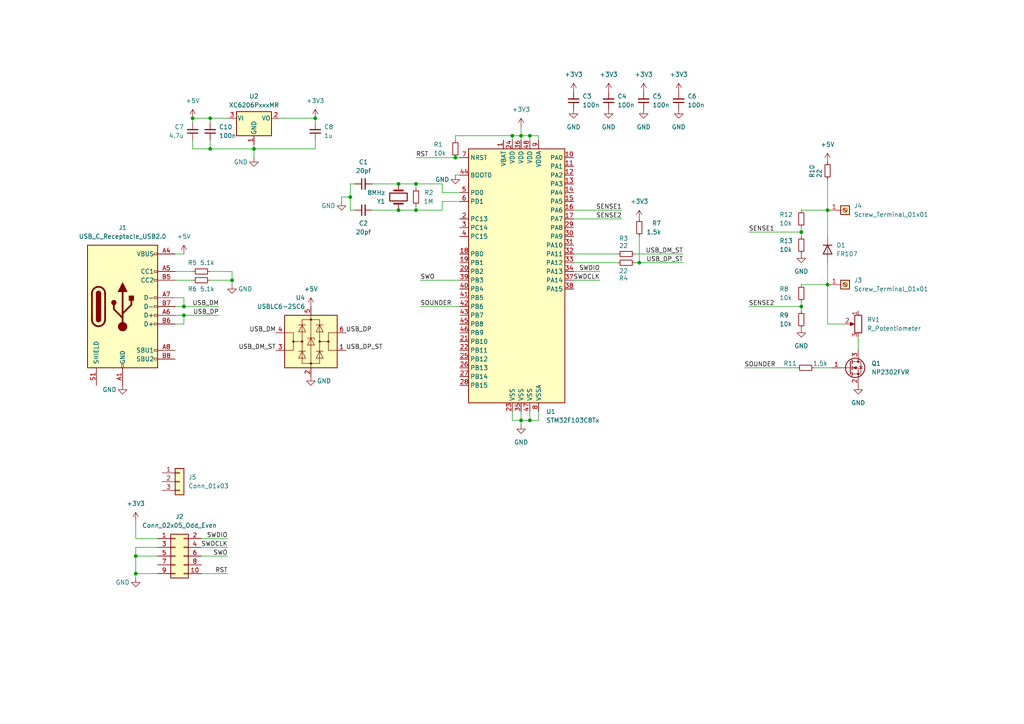
<source format=kicad_sch>
(kicad_sch (version 20230121) (generator eeschema)
  (paper "A4")
  (lib_symbols
    (symbol "Connector:Screw_Terminal_01x01" (pin_names (offset 1.016) hide)
      (property "Reference" "J" (at 0 2.54 0))
      (property "Value" "Screw_Terminal_01x01" (at 0 -2.54 0))
      (symbol "Screw_Terminal_01x01_1_1"
        (rectangle (start -1.27 1.27) (end 1.27 -1.27) (stroke (width 0.254)) (fill (type background)))
        (polyline (pts (xy -0.5334 0.3302) (xy 0.3302 -0.508)) (stroke (width 0.1524)))
        (polyline (pts (xy -0.3556 0.508) (xy 0.508 -0.3302)) (stroke (width 0.1524)))
        (circle (center 0 0) (radius 0.635) (stroke (width 0.1524)))
        (pin passive line (at -5.08 0 0) (length 3.81) (name "Pin_1") (number "1"))
      )
    )
    (symbol "Connector:USB_C_Receptacle_USB2.0" (pin_names (offset 1.016))
      (property "Reference" "J" (at -10.16 19.05 0))
      (property "Value" "USB_C_Receptacle_USB2.0" (at 19.05 19.05 0))
      (symbol "USB_C_Receptacle_USB2.0_0_0"
        (rectangle (start -0.254 -17.78) (end 0.254 -16.764))
        (rectangle (start 10.16 -14.986) (end 9.144 -15.494))
        (rectangle (start 10.16 -12.446) (end 9.144 -12.954))
        (rectangle (start 10.16 -4.826) (end 9.144 -5.334))
        (rectangle (start 10.16 -2.286) (end 9.144 -2.794))
        (rectangle (start 10.16 0.254) (end 9.144 -0.254))
        (rectangle (start 10.16 2.794) (end 9.144 2.286))
        (rectangle (start 10.16 7.874) (end 9.144 7.366))
        (rectangle (start 10.16 10.414) (end 9.144 9.906))
        (rectangle (start 10.16 15.494) (end 9.144 14.986))
      )
      (symbol "USB_C_Receptacle_USB2.0_0_1"
        (rectangle (start -10.16 17.78) (end 10.16 -17.78) (stroke (width 0.254)) (fill (type background)))
        (arc (start -8.89 -3.81) (mid -6.985 -5.7067) (end -5.08 -3.81) (stroke (width 0.508)))
        (arc (start -7.62 -3.81) (mid -6.985 -4.4423) (end -6.35 -3.81) (stroke (width 0.254)))
        (arc (start -7.62 -3.81) (mid -6.985 -4.4423) (end -6.35 -3.81) (stroke (width 0.254)) (fill (type outline)))
        (rectangle (start -7.62 -3.81) (end -6.35 3.81) (stroke (width 0.254)) (fill (type outline)))
        (arc (start -6.35 3.81) (mid -6.985 4.4423) (end -7.62 3.81) (stroke (width 0.254)))
        (arc (start -6.35 3.81) (mid -6.985 4.4423) (end -7.62 3.81) (stroke (width 0.254)) (fill (type outline)))
        (arc (start -5.08 3.81) (mid -6.985 5.7067) (end -8.89 3.81) (stroke (width 0.508)))
        (circle (center -2.54 1.143) (radius 0.635) (stroke (width 0.254)) (fill (type outline)))
        (circle (center 0 -5.842) (radius 1.27) (fill (type outline)))
        (polyline (pts (xy -8.89 -3.81) (xy -8.89 3.81)) (stroke (width 0.508)))
        (polyline (pts (xy -5.08 3.81) (xy -5.08 -3.81)) (stroke (width 0.508)))
        (polyline (pts (xy 0 -5.842) (xy 0 4.318)) (stroke (width 0.508)))
        (polyline (pts (xy 0 -3.302) (xy -2.54 -0.762) (xy -2.54 0.508)) (stroke (width 0.508)))
        (polyline (pts (xy 0 -2.032) (xy 2.54 0.508) (xy 2.54 1.778)) (stroke (width 0.508)))
        (polyline (pts (xy -1.27 4.318) (xy 0 6.858) (xy 1.27 4.318) (xy -1.27 4.318)) (stroke (width 0.254)) (fill (type outline)))
        (rectangle (start 1.905 1.778) (end 3.175 3.048) (stroke (width 0.254)) (fill (type outline)))
      )
      (symbol "USB_C_Receptacle_USB2.0_1_1"
        (pin passive line (at 0 -22.86 90) (length 5.08) (name "GND") (number "A1"))
        (pin passive line (at 0 -22.86 90) (length 5.08) hide (name "GND") (number "A12"))
        (pin passive line (at 15.24 15.24 180) (length 5.08) (name "VBUS") (number "A4"))
        (pin bidirectional line (at 15.24 10.16 180) (length 5.08) (name "CC1") (number "A5"))
        (pin bidirectional line (at 15.24 -2.54 180) (length 5.08) (name "D+") (number "A6"))
        (pin bidirectional line (at 15.24 2.54 180) (length 5.08) (name "D-") (number "A7"))
        (pin bidirectional line (at 15.24 -12.7 180) (length 5.08) (name "SBU1") (number "A8"))
        (pin passive line (at 15.24 15.24 180) (length 5.08) hide (name "VBUS") (number "A9"))
        (pin passive line (at 0 -22.86 90) (length 5.08) hide (name "GND") (number "B1"))
        (pin passive line (at 0 -22.86 90) (length 5.08) hide (name "GND") (number "B12"))
        (pin passive line (at 15.24 15.24 180) (length 5.08) hide (name "VBUS") (number "B4"))
        (pin bidirectional line (at 15.24 7.62 180) (length 5.08) (name "CC2") (number "B5"))
        (pin bidirectional line (at 15.24 -5.08 180) (length 5.08) (name "D+") (number "B6"))
        (pin bidirectional line (at 15.24 0 180) (length 5.08) (name "D-") (number "B7"))
        (pin bidirectional line (at 15.24 -15.24 180) (length 5.08) (name "SBU2") (number "B8"))
        (pin passive line (at 15.24 15.24 180) (length 5.08) hide (name "VBUS") (number "B9"))
        (pin passive line (at -7.62 -22.86 90) (length 5.08) (name "SHIELD") (number "S1"))
      )
    )
    (symbol "Connector_Generic:Conn_01x03" (pin_names (offset 1.016) hide)
      (property "Reference" "J" (at 0 5.08 0))
      (property "Value" "Conn_01x03" (at 0 -5.08 0))
      (symbol "Conn_01x03_1_1"
        (rectangle (start -1.27 -2.413) (end 0 -2.667) (stroke (width 0.1524)))
        (rectangle (start -1.27 0.127) (end 0 -0.127) (stroke (width 0.1524)))
        (rectangle (start -1.27 2.667) (end 0 2.413) (stroke (width 0.1524)))
        (rectangle (start -1.27 3.81) (end 1.27 -3.81) (stroke (width 0.254)) (fill (type background)))
        (pin passive line (at -5.08 2.54 0) (length 3.81) (name "Pin_1") (number "1"))
        (pin passive line (at -5.08 0 0) (length 3.81) (name "Pin_2") (number "2"))
        (pin passive line (at -5.08 -2.54 0) (length 3.81) (name "Pin_3") (number "3"))
      )
    )
    (symbol "Connector_Generic:Conn_02x05_Odd_Even" (pin_names (offset 1.016) hide)
      (property "Reference" "J" (at 1.27 7.62 0))
      (property "Value" "Conn_02x05_Odd_Even" (at 1.27 -7.62 0))
      (symbol "Conn_02x05_Odd_Even_1_1"
        (rectangle (start -1.27 -4.953) (end 0 -5.207) (stroke (width 0.1524)))
        (rectangle (start -1.27 -2.413) (end 0 -2.667) (stroke (width 0.1524)))
        (rectangle (start -1.27 0.127) (end 0 -0.127) (stroke (width 0.1524)))
        (rectangle (start -1.27 2.667) (end 0 2.413) (stroke (width 0.1524)))
        (rectangle (start -1.27 5.207) (end 0 4.953) (stroke (width 0.1524)))
        (rectangle (start -1.27 6.35) (end 3.81 -6.35) (stroke (width 0.254)) (fill (type background)))
        (rectangle (start 3.81 -4.953) (end 2.54 -5.207) (stroke (width 0.1524)))
        (rectangle (start 3.81 -2.413) (end 2.54 -2.667) (stroke (width 0.1524)))
        (rectangle (start 3.81 0.127) (end 2.54 -0.127) (stroke (width 0.1524)))
        (rectangle (start 3.81 2.667) (end 2.54 2.413) (stroke (width 0.1524)))
        (rectangle (start 3.81 5.207) (end 2.54 4.953) (stroke (width 0.1524)))
        (pin passive line (at -5.08 5.08 0) (length 3.81) (name "Pin_1") (number "1"))
        (pin passive line (at 7.62 -5.08 180) (length 3.81) (name "Pin_10") (number "10"))
        (pin passive line (at 7.62 5.08 180) (length 3.81) (name "Pin_2") (number "2"))
        (pin passive line (at -5.08 2.54 0) (length 3.81) (name "Pin_3") (number "3"))
        (pin passive line (at 7.62 2.54 180) (length 3.81) (name "Pin_4") (number "4"))
        (pin passive line (at -5.08 0 0) (length 3.81) (name "Pin_5") (number "5"))
        (pin passive line (at 7.62 0 180) (length 3.81) (name "Pin_6") (number "6"))
        (pin passive line (at -5.08 -2.54 0) (length 3.81) (name "Pin_7") (number "7"))
        (pin passive line (at 7.62 -2.54 180) (length 3.81) (name "Pin_8") (number "8"))
        (pin passive line (at -5.08 -5.08 0) (length 3.81) (name "Pin_9") (number "9"))
      )
    )
    (symbol "Device:C_Small" (pin_numbers hide) (pin_names (offset 0.254) hide)
      (property "Reference" "C" (at 0.254 1.778 0))
      (property "Value" "C_Small" (at 0.254 -2.032 0))
      (symbol "C_Small_0_1"
        (polyline (pts (xy -1.524 -0.508) (xy 1.524 -0.508)) (stroke (width 0.3302)))
        (polyline (pts (xy -1.524 0.508) (xy 1.524 0.508)) (stroke (width 0.3048)))
      )
      (symbol "C_Small_1_1"
        (pin passive line (at 0 2.54 270) (length 2.032) (name "~") (number "1"))
        (pin passive line (at 0 -2.54 90) (length 2.032) (name "~") (number "2"))
      )
    )
    (symbol "Device:Crystal" (pin_numbers hide) (pin_names (offset 1.016) hide)
      (property "Reference" "Y" (at 0 3.81 0))
      (property "Value" "Crystal" (at 0 -3.81 0))
      (symbol "Crystal_0_1"
        (rectangle (start -1.143 2.54) (end 1.143 -2.54) (stroke (width 0.3048)))
        (polyline (pts (xy -2.54 0) (xy -1.905 0)))
        (polyline (pts (xy -1.905 -1.27) (xy -1.905 1.27)) (stroke (width 0.508)))
        (polyline (pts (xy 1.905 -1.27) (xy 1.905 1.27)) (stroke (width 0.508)))
        (polyline (pts (xy 2.54 0) (xy 1.905 0)))
      )
      (symbol "Crystal_1_1"
        (pin passive line (at -3.81 0 0) (length 1.27) (name "1") (number "1"))
        (pin passive line (at 3.81 0 180) (length 1.27) (name "2") (number "2"))
      )
    )
    (symbol "Device:D" (pin_numbers hide) (pin_names (offset 1.016) hide)
      (property "Reference" "D" (at 0 2.54 0))
      (property "Value" "D" (at 0 -2.54 0))
      (symbol "D_0_1"
        (polyline (pts (xy -1.27 1.27) (xy -1.27 -1.27)) (stroke (width 0.254)))
        (polyline (pts (xy 1.27 0) (xy -1.27 0)))
        (polyline (pts (xy 1.27 1.27) (xy 1.27 -1.27) (xy -1.27 0) (xy 1.27 1.27)) (stroke (width 0.254)))
      )
      (symbol "D_1_1"
        (pin passive line (at -3.81 0 0) (length 2.54) (name "K") (number "1"))
        (pin passive line (at 3.81 0 180) (length 2.54) (name "A") (number "2"))
      )
    )
    (symbol "Device:Q_NMOS_GSD" (pin_names (offset 0) hide)
      (property "Reference" "Q" (at 5.08 1.27 0))
      (property "Value" "Q_NMOS_GSD" (at 5.08 -1.27 0))
      (symbol "Q_NMOS_GSD_0_1"
        (polyline (pts (xy 0.254 0) (xy -2.54 0)))
        (polyline (pts (xy 0.254 1.905) (xy 0.254 -1.905)) (stroke (width 0.254)))
        (polyline (pts (xy 0.762 -1.27) (xy 0.762 -2.286)) (stroke (width 0.254)))
        (polyline (pts (xy 0.762 0.508) (xy 0.762 -0.508)) (stroke (width 0.254)))
        (polyline (pts (xy 0.762 2.286) (xy 0.762 1.27)) (stroke (width 0.254)))
        (polyline (pts (xy 2.54 2.54) (xy 2.54 1.778)))
        (polyline (pts (xy 2.54 -2.54) (xy 2.54 0) (xy 0.762 0)))
        (polyline (pts (xy 0.762 -1.778) (xy 3.302 -1.778) (xy 3.302 1.778) (xy 0.762 1.778)))
        (polyline (pts (xy 1.016 0) (xy 2.032 0.381) (xy 2.032 -0.381) (xy 1.016 0)) (fill (type outline)))
        (polyline (pts (xy 2.794 0.508) (xy 2.921 0.381) (xy 3.683 0.381) (xy 3.81 0.254)))
        (polyline (pts (xy 3.302 0.381) (xy 2.921 -0.254) (xy 3.683 -0.254) (xy 3.302 0.381)))
        (circle (center 1.651 0) (radius 2.794) (stroke (width 0.254)))
        (circle (center 2.54 -1.778) (radius 0.254) (fill (type outline)))
        (circle (center 2.54 1.778) (radius 0.254) (fill (type outline)))
      )
      (symbol "Q_NMOS_GSD_1_1"
        (pin input line (at -5.08 0 0) (length 2.54) (name "G") (number "1"))
        (pin passive line (at 2.54 -5.08 90) (length 2.54) (name "S") (number "2"))
        (pin passive line (at 2.54 5.08 270) (length 2.54) (name "D") (number "3"))
      )
    )
    (symbol "Device:R_Potentiometer" (pin_names (offset 1.016) hide)
      (property "Reference" "RV" (at -4.445 0 90))
      (property "Value" "R_Potentiometer" (at -2.54 0 90))
      (symbol "R_Potentiometer_0_1"
        (polyline (pts (xy 2.54 0) (xy 1.524 0)))
        (polyline (pts (xy 1.143 0) (xy 2.286 0.508) (xy 2.286 -0.508) (xy 1.143 0)) (fill (type outline)))
        (rectangle (start 1.016 2.54) (end -1.016 -2.54) (stroke (width 0.254)))
      )
      (symbol "R_Potentiometer_1_1"
        (pin passive line (at 0 3.81 270) (length 1.27) (name "1") (number "1"))
        (pin passive line (at 3.81 0 180) (length 1.27) (name "2") (number "2"))
        (pin passive line (at 0 -3.81 90) (length 1.27) (name "3") (number "3"))
      )
    )
    (symbol "Device:R_Small" (pin_numbers hide) (pin_names (offset 0.254) hide)
      (property "Reference" "R" (at 0.762 0.508 0))
      (property "Value" "R_Small" (at 0.762 -1.016 0))
      (symbol "R_Small_0_1"
        (rectangle (start -0.762 1.778) (end 0.762 -1.778) (stroke (width 0.2032)))
      )
      (symbol "R_Small_1_1"
        (pin passive line (at 0 2.54 270) (length 0.762) (name "~") (number "1"))
        (pin passive line (at 0 -2.54 90) (length 0.762) (name "~") (number "2"))
      )
    )
    (symbol "MCU:STM32F103C8Tx"
      (property "Reference" "U" (at -12.7 39.37 0))
      (property "Value" "STM32F103C8Tx" (at 10.16 39.37 0))
      (symbol "STM32F103C8Tx_0_1"
        (rectangle (start -12.7 -35.56) (end 15.24 38.1) (stroke (width 0.254)) (fill (type background)))
      )
      (symbol "STM32F103C8Tx_1_1"
        (pin power_in line (at -2.54 40.64 270) (length 2.54) (name "VBAT") (number "1"))
        (pin bidirectional line (at 17.78 35.56 180) (length 2.54) (name "PA0") (number "10"))
        (pin bidirectional line (at 17.78 33.02 180) (length 2.54) (name "PA1") (number "11"))
        (pin bidirectional line (at 17.78 30.48 180) (length 2.54) (name "PA2") (number "12"))
        (pin bidirectional line (at 17.78 27.94 180) (length 2.54) (name "PA3") (number "13"))
        (pin bidirectional line (at 17.78 25.4 180) (length 2.54) (name "PA4") (number "14"))
        (pin bidirectional line (at 17.78 22.86 180) (length 2.54) (name "PA5") (number "15"))
        (pin bidirectional line (at 17.78 20.32 180) (length 2.54) (name "PA6") (number "16"))
        (pin bidirectional line (at 17.78 17.78 180) (length 2.54) (name "PA7") (number "17"))
        (pin bidirectional line (at -15.24 7.62 0) (length 2.54) (name "PB0") (number "18"))
        (pin bidirectional line (at -15.24 5.08 0) (length 2.54) (name "PB1") (number "19"))
        (pin bidirectional line (at -15.24 17.78 0) (length 2.54) (name "PC13") (number "2"))
        (pin bidirectional line (at -15.24 2.54 0) (length 2.54) (name "PB2") (number "20"))
        (pin bidirectional line (at -15.24 -17.78 0) (length 2.54) (name "PB10") (number "21"))
        (pin bidirectional line (at -15.24 -20.32 0) (length 2.54) (name "PB11") (number "22"))
        (pin power_in line (at 0 -38.1 90) (length 2.54) (name "VSS") (number "23"))
        (pin power_in line (at 0 40.64 270) (length 2.54) (name "VDD") (number "24"))
        (pin bidirectional line (at -15.24 -22.86 0) (length 2.54) (name "PB12") (number "25"))
        (pin bidirectional line (at -15.24 -25.4 0) (length 2.54) (name "PB13") (number "26"))
        (pin bidirectional line (at -15.24 -27.94 0) (length 2.54) (name "PB14") (number "27"))
        (pin bidirectional line (at -15.24 -30.48 0) (length 2.54) (name "PB15") (number "28"))
        (pin bidirectional line (at 17.78 15.24 180) (length 2.54) (name "PA8") (number "29"))
        (pin bidirectional line (at -15.24 15.24 0) (length 2.54) (name "PC14") (number "3"))
        (pin bidirectional line (at 17.78 12.7 180) (length 2.54) (name "PA9") (number "30"))
        (pin bidirectional line (at 17.78 10.16 180) (length 2.54) (name "PA10") (number "31"))
        (pin bidirectional line (at 17.78 7.62 180) (length 2.54) (name "PA11") (number "32"))
        (pin bidirectional line (at 17.78 5.08 180) (length 2.54) (name "PA12") (number "33"))
        (pin bidirectional line (at 17.78 2.54 180) (length 2.54) (name "PA13") (number "34"))
        (pin passive line (at 2.54 -38.1 90) (length 2.54) (name "VSS") (number "35"))
        (pin power_in line (at 2.54 40.64 270) (length 2.54) (name "VDD") (number "36"))
        (pin bidirectional line (at 17.78 0 180) (length 2.54) (name "PA14") (number "37"))
        (pin bidirectional line (at 17.78 -2.54 180) (length 2.54) (name "PA15") (number "38"))
        (pin bidirectional line (at -15.24 0 0) (length 2.54) (name "PB3") (number "39"))
        (pin bidirectional line (at -15.24 12.7 0) (length 2.54) (name "PC15") (number "4"))
        (pin bidirectional line (at -15.24 -2.54 0) (length 2.54) (name "PB4") (number "40"))
        (pin bidirectional line (at -15.24 -5.08 0) (length 2.54) (name "PB5") (number "41"))
        (pin bidirectional line (at -15.24 -7.62 0) (length 2.54) (name "PB6") (number "42"))
        (pin bidirectional line (at -15.24 -10.16 0) (length 2.54) (name "PB7") (number "43"))
        (pin input line (at -15.24 30.48 0) (length 2.54) (name "BOOT0") (number "44"))
        (pin bidirectional line (at -15.24 -12.7 0) (length 2.54) (name "PB8") (number "45"))
        (pin bidirectional line (at -15.24 -15.24 0) (length 2.54) (name "PB9") (number "46"))
        (pin passive line (at 5.08 -38.1 90) (length 2.54) (name "VSS") (number "47"))
        (pin power_in line (at 5.08 40.64 270) (length 2.54) (name "VDD") (number "48"))
        (pin bidirectional line (at -15.24 25.4 0) (length 2.54) (name "PD0") (number "5"))
        (pin bidirectional line (at -15.24 22.86 0) (length 2.54) (name "PD1") (number "6"))
        (pin input line (at -15.24 35.56 0) (length 2.54) (name "NRST") (number "7"))
        (pin power_in line (at 7.62 -38.1 90) (length 2.54) (name "VSSA") (number "8"))
        (pin power_in line (at 7.62 40.64 270) (length 2.54) (name "VDDA") (number "9"))
      )
    )
    (symbol "Power_Protection:USBLC6-2SC6" (pin_names hide)
      (property "Reference" "U" (at 2.54 8.89 0))
      (property "Value" "USBLC6-2SC6" (at 2.54 -8.89 0))
      (symbol "USBLC6-2SC6_0_1"
        (rectangle (start -7.62 -7.62) (end 7.62 7.62) (stroke (width 0.254)) (fill (type background)))
        (circle (center -5.08 0) (radius 0.254) (fill (type outline)))
        (circle (center -2.54 0) (radius 0.254) (fill (type outline)))
        (rectangle (start -2.54 6.35) (end 2.54 -6.35))
        (circle (center 0 -6.35) (radius 0.254) (fill (type outline)))
        (polyline (pts (xy -5.08 -2.54) (xy -7.62 -2.54)))
        (polyline (pts (xy -5.08 0) (xy -5.08 -2.54)))
        (polyline (pts (xy -5.08 2.54) (xy -7.62 2.54)))
        (polyline (pts (xy -1.524 -2.794) (xy -3.556 -2.794)))
        (polyline (pts (xy -1.524 4.826) (xy -3.556 4.826)))
        (polyline (pts (xy 0 -7.62) (xy 0 -6.35)))
        (polyline (pts (xy 0 -6.35) (xy 0 1.27)))
        (polyline (pts (xy 0 1.27) (xy 0 6.35)))
        (polyline (pts (xy 0 6.35) (xy 0 7.62)))
        (polyline (pts (xy 1.524 -2.794) (xy 3.556 -2.794)))
        (polyline (pts (xy 1.524 4.826) (xy 3.556 4.826)))
        (polyline (pts (xy 5.08 -2.54) (xy 7.62 -2.54)))
        (polyline (pts (xy 5.08 0) (xy 5.08 -2.54)))
        (polyline (pts (xy 5.08 2.54) (xy 7.62 2.54)))
        (polyline (pts (xy -2.54 0) (xy -5.08 0) (xy -5.08 2.54)))
        (polyline (pts (xy 2.54 0) (xy 5.08 0) (xy 5.08 2.54)))
        (polyline (pts (xy -3.556 -4.826) (xy -1.524 -4.826) (xy -2.54 -2.794) (xy -3.556 -4.826)))
        (polyline (pts (xy -3.556 2.794) (xy -1.524 2.794) (xy -2.54 4.826) (xy -3.556 2.794)))
        (polyline (pts (xy -1.016 -1.016) (xy 1.016 -1.016) (xy 0 1.016) (xy -1.016 -1.016)))
        (polyline (pts (xy 1.016 1.016) (xy 0.762 1.016) (xy -1.016 1.016) (xy -1.016 0.508)))
        (polyline (pts (xy 3.556 -4.826) (xy 1.524 -4.826) (xy 2.54 -2.794) (xy 3.556 -4.826)))
        (polyline (pts (xy 3.556 2.794) (xy 1.524 2.794) (xy 2.54 4.826) (xy 3.556 2.794)))
        (circle (center 0 6.35) (radius 0.254) (fill (type outline)))
        (circle (center 2.54 0) (radius 0.254) (fill (type outline)))
        (circle (center 5.08 0) (radius 0.254) (fill (type outline)))
      )
      (symbol "USBLC6-2SC6_1_1"
        (pin passive line (at -10.16 -2.54 0) (length 2.54) (name "I/O1") (number "1"))
        (pin passive line (at 0 -10.16 90) (length 2.54) (name "GND") (number "2"))
        (pin passive line (at 10.16 -2.54 180) (length 2.54) (name "I/O2") (number "3"))
        (pin passive line (at 10.16 2.54 180) (length 2.54) (name "I/O2") (number "4"))
        (pin passive line (at 0 10.16 270) (length 2.54) (name "VBUS") (number "5"))
        (pin passive line (at -10.16 2.54 0) (length 2.54) (name "I/O1") (number "6"))
      )
    )
    (symbol "Regulator_Linear:XC6206PxxxMR" (pin_names (offset 0.254))
      (property "Reference" "U" (at -3.81 3.175 0))
      (property "Value" "XC6206PxxxMR" (at 0 3.175 0))
      (symbol "XC6206PxxxMR_0_1"
        (rectangle (start -5.08 1.905) (end 5.08 -5.08) (stroke (width 0.254)) (fill (type background)))
      )
      (symbol "XC6206PxxxMR_1_1"
        (pin power_in line (at 0 -7.62 90) (length 2.54) (name "GND") (number "1"))
        (pin power_out line (at 7.62 0 180) (length 2.54) (name "VO") (number "2"))
        (pin power_in line (at -7.62 0 0) (length 2.54) (name "VI") (number "3"))
      )
    )
    (symbol "power:+3V3" (power) (pin_names (offset 0))
      (property "Value" "+3V3" (at 0 3.556 0))
      (symbol "+3V3_0_1"
        (polyline (pts (xy -0.762 1.27) (xy 0 2.54)))
        (polyline (pts (xy 0 0) (xy 0 2.54)))
        (polyline (pts (xy 0 2.54) (xy 0.762 1.27)))
      )
      (symbol "+3V3_1_1"
        (pin power_in line (at 0 0 90) (length 0) hide (name "+3V3") (number "1"))
      )
    )
    (symbol "power:+5V" (power) (pin_names (offset 0))
      (property "Value" "+5V" (at 0 3.556 0))
      (symbol "+5V_0_1"
        (polyline (pts (xy -0.762 1.27) (xy 0 2.54)))
        (polyline (pts (xy 0 0) (xy 0 2.54)))
        (polyline (pts (xy 0 2.54) (xy 0.762 1.27)))
      )
      (symbol "+5V_1_1"
        (pin power_in line (at 0 0 90) (length 0) hide (name "+5V") (number "1"))
      )
    )
    (symbol "power:GND" (power) (pin_names (offset 0))
      (property "Value" "GND" (at 0 -3.81 0))
      (symbol "GND_0_1"
        (polyline (pts (xy 0 0) (xy 0 -1.27) (xy 1.27 -1.27) (xy 0 -2.54) (xy -1.27 -1.27) (xy 0 -1.27)))
      )
      (symbol "GND_1_1"
        (pin power_in line (at 0 0 270) (length 0) hide (name "GND") (number "1"))
      )
    )
  )
  (junction (at 60.96 43.18))
  (junction (at 39.37 166.37))
  (junction (at 232.41 88.9))
  (junction (at 240.03 60.96))
  (junction (at 148.59 39.37))
  (junction (at 232.41 67.31))
  (junction (at 153.67 39.37))
  (junction (at 115.57 60.96))
  (junction (at 115.57 53.34))
  (junction (at 39.37 161.29))
  (junction (at 60.96 34.29))
  (junction (at 240.03 82.55))
  (junction (at 120.65 53.34))
  (junction (at 91.44 34.29))
  (junction (at 53.34 91.44))
  (junction (at 55.88 34.29))
  (junction (at 153.67 121.92))
  (junction (at 185.42 76.2))
  (junction (at 73.66 43.18))
  (junction (at 101.6 57.15))
  (junction (at 151.13 39.37))
  (junction (at 53.34 88.9))
  (junction (at 151.13 121.92))
  (junction (at 132.08 45.72))
  (junction (at 67.31 81.28))
  (junction (at 120.65 60.96))
  (wire (pts (xy 156.21 119.38) (xy 156.21 121.92)))
  (wire (pts (xy 184.15 76.2) (xy 185.42 76.2)))
  (wire (pts (xy 132.08 50.8) (xy 133.35 50.8)))
  (wire (pts (xy 39.37 161.29) (xy 45.72 161.29)))
  (wire (pts (xy 153.67 40.64) (xy 153.67 39.37)))
  (wire (pts (xy 153.67 39.37) (xy 156.21 39.37)))
  (wire (pts (xy 55.88 43.18) (xy 60.96 43.18)))
  (wire (pts (xy 107.95 53.34) (xy 115.57 53.34)))
  (wire (pts (xy 153.67 121.92) (xy 151.13 121.92)))
  (wire (pts (xy 151.13 121.92) (xy 151.13 123.19)))
  (wire (pts (xy 236.22 106.68) (xy 241.3 106.68)))
  (wire (pts (xy 55.88 35.56) (xy 55.88 34.29)))
  (wire (pts (xy 151.13 39.37) (xy 151.13 40.64)))
  (wire (pts (xy 156.21 121.92) (xy 153.67 121.92)))
  (wire (pts (xy 73.66 45.72) (xy 73.66 43.18)))
  (wire (pts (xy 133.35 81.28) (xy 121.92 81.28)))
  (wire (pts (xy 53.34 88.9) (xy 63.5 88.9)))
  (wire (pts (xy 151.13 121.92) (xy 148.59 121.92)))
  (wire (pts (xy 58.42 158.75) (xy 66.04 158.75)))
  (wire (pts (xy 166.37 81.28) (xy 173.99 81.28)))
  (wire (pts (xy 39.37 161.29) (xy 39.37 166.37)))
  (wire (pts (xy 60.96 40.64) (xy 60.96 43.18)))
  (wire (pts (xy 232.41 60.96) (xy 240.03 60.96)))
  (wire (pts (xy 240.03 82.55) (xy 240.03 93.98)))
  (wire (pts (xy 217.17 88.9) (xy 232.41 88.9)))
  (wire (pts (xy 132.08 45.72) (xy 133.35 45.72)))
  (wire (pts (xy 120.65 60.96) (xy 128.27 60.96)))
  (wire (pts (xy 55.88 40.64) (xy 55.88 43.18)))
  (wire (pts (xy 185.42 76.2) (xy 198.12 76.2)))
  (wire (pts (xy 132.08 39.37) (xy 148.59 39.37)))
  (wire (pts (xy 53.34 73.66) (xy 50.8 73.66)))
  (wire (pts (xy 148.59 39.37) (xy 151.13 39.37)))
  (wire (pts (xy 39.37 166.37) (xy 45.72 166.37)))
  (wire (pts (xy 240.03 93.98) (xy 245.11 93.98)))
  (wire (pts (xy 128.27 58.42) (xy 133.35 58.42)))
  (wire (pts (xy 60.96 81.28) (xy 67.31 81.28)))
  (wire (pts (xy 73.66 43.18) (xy 73.66 41.91)))
  (wire (pts (xy 121.92 88.9) (xy 133.35 88.9)))
  (wire (pts (xy 240.03 52.07) (xy 240.03 60.96)))
  (wire (pts (xy 166.37 76.2) (xy 179.07 76.2)))
  (wire (pts (xy 115.57 60.96) (xy 120.65 60.96)))
  (wire (pts (xy 53.34 86.36) (xy 53.34 88.9)))
  (wire (pts (xy 217.17 67.31) (xy 232.41 67.31)))
  (wire (pts (xy 128.27 53.34) (xy 120.65 53.34)))
  (wire (pts (xy 58.42 161.29) (xy 66.04 161.29)))
  (wire (pts (xy 120.65 59.69) (xy 120.65 60.96)))
  (wire (pts (xy 99.06 57.15) (xy 101.6 57.15)))
  (wire (pts (xy 153.67 39.37) (xy 151.13 39.37)))
  (wire (pts (xy 240.03 76.2) (xy 240.03 82.55)))
  (wire (pts (xy 67.31 78.74) (xy 67.31 81.28)))
  (wire (pts (xy 232.41 88.9) (xy 232.41 90.17)))
  (wire (pts (xy 156.21 39.37) (xy 156.21 40.64)))
  (wire (pts (xy 55.88 34.29) (xy 60.96 34.29)))
  (wire (pts (xy 60.96 78.74) (xy 67.31 78.74)))
  (wire (pts (xy 53.34 91.44) (xy 53.34 93.98)))
  (wire (pts (xy 180.34 60.96) (xy 166.37 60.96)))
  (wire (pts (xy 58.42 156.21) (xy 66.04 156.21)))
  (wire (pts (xy 166.37 78.74) (xy 173.99 78.74)))
  (wire (pts (xy 53.34 88.9) (xy 50.8 88.9)))
  (wire (pts (xy 148.59 119.38) (xy 148.59 121.92)))
  (wire (pts (xy 91.44 34.29) (xy 91.44 35.56)))
  (wire (pts (xy 91.44 40.64) (xy 91.44 43.18)))
  (wire (pts (xy 53.34 91.44) (xy 63.5 91.44)))
  (wire (pts (xy 50.8 78.74) (xy 55.88 78.74)))
  (wire (pts (xy 50.8 86.36) (xy 53.34 86.36)))
  (wire (pts (xy 128.27 60.96) (xy 128.27 58.42)))
  (wire (pts (xy 53.34 93.98) (xy 50.8 93.98)))
  (wire (pts (xy 101.6 57.15) (xy 101.6 60.96)))
  (wire (pts (xy 39.37 167.64) (xy 39.37 166.37)))
  (wire (pts (xy 39.37 158.75) (xy 39.37 161.29)))
  (wire (pts (xy 120.65 53.34) (xy 120.65 54.61)))
  (wire (pts (xy 120.65 45.72) (xy 132.08 45.72)))
  (wire (pts (xy 99.06 58.42) (xy 99.06 57.15)))
  (wire (pts (xy 128.27 55.88) (xy 133.35 55.88)))
  (wire (pts (xy 45.72 158.75) (xy 39.37 158.75)))
  (wire (pts (xy 73.66 43.18) (xy 91.44 43.18)))
  (wire (pts (xy 45.72 156.21) (xy 39.37 156.21)))
  (wire (pts (xy 128.27 55.88) (xy 128.27 53.34)))
  (wire (pts (xy 240.03 60.96) (xy 240.03 68.58)))
  (wire (pts (xy 50.8 91.44) (xy 53.34 91.44)))
  (wire (pts (xy 101.6 53.34) (xy 101.6 57.15)))
  (wire (pts (xy 120.65 53.34) (xy 115.57 53.34)))
  (wire (pts (xy 151.13 119.38) (xy 151.13 121.92)))
  (wire (pts (xy 215.9 106.68) (xy 231.14 106.68)))
  (wire (pts (xy 148.59 40.64) (xy 148.59 39.37)))
  (wire (pts (xy 232.41 87.63) (xy 232.41 88.9)))
  (wire (pts (xy 180.34 63.5) (xy 166.37 63.5)))
  (wire (pts (xy 232.41 66.04) (xy 232.41 67.31)))
  (wire (pts (xy 66.04 166.37) (xy 58.42 166.37)))
  (wire (pts (xy 232.41 67.31) (xy 232.41 68.58)))
  (wire (pts (xy 60.96 43.18) (xy 73.66 43.18)))
  (wire (pts (xy 185.42 68.58) (xy 185.42 76.2)))
  (wire (pts (xy 39.37 156.21) (xy 39.37 151.13)))
  (wire (pts (xy 60.96 34.29) (xy 66.04 34.29)))
  (wire (pts (xy 151.13 36.83) (xy 151.13 39.37)))
  (wire (pts (xy 248.92 101.6) (xy 248.92 97.79)))
  (wire (pts (xy 232.41 82.55) (xy 240.03 82.55)))
  (wire (pts (xy 60.96 34.29) (xy 60.96 35.56)))
  (wire (pts (xy 101.6 53.34) (xy 102.87 53.34)))
  (wire (pts (xy 153.67 119.38) (xy 153.67 121.92)))
  (wire (pts (xy 81.28 34.29) (xy 91.44 34.29)))
  (wire (pts (xy 132.08 39.37) (xy 132.08 40.64)))
  (wire (pts (xy 67.31 81.28) (xy 67.31 82.55)))
  (wire (pts (xy 184.15 73.66) (xy 198.12 73.66)))
  (wire (pts (xy 179.07 73.66) (xy 166.37 73.66)))
  (wire (pts (xy 107.95 60.96) (xy 115.57 60.96)))
  (wire (pts (xy 101.6 60.96) (xy 102.87 60.96)))
  (wire (pts (xy 50.8 81.28) (xy 55.88 81.28)))
  (label "USB_DP_ST" (at 100.33 101.6 0))
  (label "USB_DM" (at 80.01 96.52 180))
  (label "SENSE1" (at 180.34 60.96 180))
  (label "SWDCLK" (at 173.99 81.28 180))
  (label "SWO" (at 121.92 81.28 0))
  (label "USB_DP" (at 63.5 91.44 180))
  (label "SWDIO" (at 173.99 78.74 180))
  (label "SWDIO" (at 66.04 156.21 180))
  (label "SWDCLK" (at 66.04 158.75 180))
  (label "SOUNDER" (at 121.92 88.9 0))
  (label "SOUNDER" (at 215.9 106.68 0))
  (label "USB_DP" (at 100.33 96.52 0))
  (label "USB_DM" (at 63.5 88.9 180))
  (label "USB_DM_ST" (at 80.01 101.6 180))
  (label "SWO" (at 66.04 161.29 180))
  (label "RST" (at 120.65 45.72 0))
  (label "SENSE2" (at 217.17 88.9 0))
  (label "USB_DM_ST" (at 198.12 73.66 180))
  (label "RST" (at 66.04 166.37 180))
  (label "SENSE1" (at 217.17 67.31 0))
  (label "USB_DP_ST" (at 198.12 76.2 180))
  (label "SENSE2" (at 180.34 63.5 180))
  (symbol (lib_id "power:+3V3") (at 185.42 63.5 0) (unit 1)
    (property "Reference" "#PWR016" (effects hide))
    (property "Value" "+3V3" (at 185.42 58.42 0))
  )
  (symbol (lib_id "power:GND") (at 196.85 31.75 0) (unit 1)
    (property "Reference" "#PWR012" (effects hide))
    (property "Value" "GND" (at 196.85 36.83 0))
  )
  (symbol (lib_id "power:+5V") (at 90.17 88.9 0) (unit 1)
    (property "Reference" "#PWR024" (effects hide))
    (property "Value" "+5V" (at 90.17 83.82 0))
  )
  (symbol (lib_id "power:GND") (at 39.37 167.64 0) (unit 1)
    (property "Reference" "#PWR020" (effects hide))
    (property "Value" "GND" (at 35.56 168.91 0))
  )
  (symbol (lib_id "MCU:STM32F103C8Tx") (at 148.59 81.28 0) (unit 1)
    (property "Reference" "U1" (at 158.4041 119.38 0) (effects (justify left)))
    (property "Value" "STM32F103C8Tx" (at 158.4041 121.92 0) (effects (justify left)))
    (property "Footprint" "Package_QFP:LQFP-48_7x7mm_P0.5mm" (effects hide))
    (property "Datasheet" "https://www.st.com/resource/en/datasheet/stm32f103c8.pdf" (effects hide))
    (property "PN" "STM32F103C8Tx" (effects hide))
  )
  (symbol (lib_id "Connector:Screw_Terminal_01x01") (at 245.11 82.55 0) (unit 1)
    (property "Reference" "J3" (at 247.65 81.28 0) (effects (justify left)))
    (property "Value" "Screw_Terminal_01x01" (at 247.65 83.82 0) (effects (justify left)))
    (property "Footprint" "Mounting_holes:M4 plated" (effects hide))
    (property "PN" "TYPE-C 16PIN 2MD(073)" (effects hide))
  )
  (symbol (lib_id "Device:R_Small") (at 233.68 106.68 90) (mirror x) (unit 1)
    (property "Reference" "R11" (at 231.14 105.41 90) (effects (justify left)))
    (property "Value" "1.5k" (at 240.03 105.41 90) (effects (justify left)))
    (property "Footprint" "Resistor_SMD:R_0402_1005Metric" (effects hide))
  )
  (symbol (lib_id "power:GND") (at 248.92 111.76 0) (unit 1)
    (property "Reference" "#PWR022" (effects hide))
    (property "Value" "GND" (at 248.92 116.84 0))
  )
  (symbol (lib_id "Device:R_Small") (at 232.41 71.12 0) (unit 1)
    (property "Reference" "R13" (at 226.06 69.85 0) (effects (justify left)))
    (property "Value" "10k" (at 226.06 72.39 0) (effects (justify left)))
    (property "Footprint" "Resistor_SMD:R_0402_1005Metric" (effects hide))
  )
  (symbol (lib_id "power:GND") (at 166.37 31.75 0) (unit 1)
    (property "Reference" "#PWR06" (effects hide))
    (property "Value" "GND" (at 166.37 36.83 0))
  )
  (symbol (lib_id "power:GND") (at 232.41 95.25 0) (unit 1)
    (property "Reference" "#PWR025" (effects hide))
    (property "Value" "GND" (at 232.41 100.33 0))
  )
  (symbol (lib_id "Device:R_Small") (at 58.42 78.74 90) (mirror x) (unit 1)
    (property "Reference" "R5" (at 57.15 76.2 90) (effects (justify left)))
    (property "Value" "5.1k" (at 62.23 76.2 90) (effects (justify left)))
    (property "Footprint" "Resistor_SMD:R_0402_1005Metric" (effects hide))
  )
  (symbol (lib_id "Device:R_Potentiometer") (at 248.92 93.98 0) (mirror y) (unit 1)
    (property "Reference" "RV1" (at 251.46 92.71 0) (effects (justify right)))
    (property "Value" "R_Potentiometer" (at 251.46 95.25 0) (effects (justify right)))
    (property "Footprint" "Potentiometer_SMD:Potentiometer_Bourns_TC33X_Vertical" (effects hide))
    (property "PN" "VG039NCHXTB102" (effects hide))
  )
  (symbol (lib_id "Device:R_Small") (at 232.41 92.71 0) (unit 1)
    (property "Reference" "R9" (at 226.06 91.44 0) (effects (justify left)))
    (property "Value" "10k" (at 226.06 93.98 0) (effects (justify left)))
    (property "Footprint" "Resistor_SMD:R_0402_1005Metric" (effects hide))
  )
  (symbol (lib_id "Device:C_Small") (at 196.85 29.21 180) (unit 1)
    (property "Reference" "C6" (at 199.39 27.9336 0) (effects (justify right)))
    (property "Value" "100n" (at 199.39 30.4736 0) (effects (justify right)))
    (property "Footprint" "Capacitor_SMD:C_0402_1005Metric" (effects hide))
  )
  (symbol (lib_id "Device:R_Small") (at 58.42 81.28 90) (mirror x) (unit 1)
    (property "Reference" "R6" (at 57.15 83.82 90) (effects (justify left)))
    (property "Value" "5.1k" (at 62.23 83.82 90) (effects (justify left)))
    (property "Footprint" "Resistor_SMD:R_0402_1005Metric" (effects hide))
  )
  (symbol (lib_id "Device:C_Small") (at 166.37 29.21 180) (unit 1)
    (property "Reference" "C3" (at 168.91 27.9336 0) (effects (justify right)))
    (property "Value" "100n" (at 168.91 30.4736 0) (effects (justify right)))
    (property "Footprint" "Capacitor_SMD:C_0402_1005Metric" (effects hide))
  )
  (symbol (lib_id "Device:R_Small") (at 120.65 57.15 0) (mirror y) (unit 1)
    (property "Reference" "R2" (at 125.73 55.88 0) (effects (justify left)))
    (property "Value" "1M" (at 125.73 58.42 0) (effects (justify left)))
    (property "Footprint" "Resistor_SMD:R_0402_1005Metric" (effects hide))
  )
  (symbol (lib_id "power:+5V") (at 240.03 46.99 0) (unit 1)
    (property "Reference" "#PWR026" (effects hide))
    (property "Value" "+5V" (at 240.03 41.91 0))
  )
  (symbol (lib_id "power:GND") (at 90.17 109.22 0) (unit 1)
    (property "Reference" "#PWR023" (effects hide))
    (property "Value" "GND" (at 93.98 110.49 0))
  )
  (symbol (lib_id "Power_Protection:USBLC6-2SC6") (at 90.17 99.06 0) (mirror y) (unit 1)
    (property "Reference" "U4" (at 88.5189 86.36 0) (effects (justify left)))
    (property "Value" "USBLC6-2SC6" (at 88.5189 88.9 0) (effects (justify left)))
    (property "Footprint" "Package_TO_SOT_SMD:SOT-23-6" (effects hide))
    (property "Datasheet" "https://www.st.com/resource/en/datasheet/usblc6-2.pdf" (effects hide))
    (property "PN" "USBLC6-2SC6" (effects hide))
  )
  (symbol (lib_id "power:+3V3") (at 151.13 36.83 0) (unit 1)
    (property "Reference" "#PWR02" (effects hide))
    (property "Value" "+3V3" (at 151.13 31.75 0))
  )
  (symbol (lib_id "Device:C_Small") (at 186.69 29.21 180) (unit 1)
    (property "Reference" "C5" (at 189.23 27.9336 0) (effects (justify right)))
    (property "Value" "100n" (at 189.23 30.4736 0) (effects (justify right)))
    (property "Footprint" "Capacitor_SMD:C_0402_1005Metric" (effects hide))
  )
  (symbol (lib_id "Device:R_Small") (at 181.61 76.2 270) (mirror x) (unit 1)
    (property "Reference" "R4" (at 179.499 80.7141 90) (effects (justify left)))
    (property "Value" "22" (at 179.5207 78.5871 90) (effects (justify left)))
    (property "Footprint" "Resistor_SMD:R_0402_1005Metric" (effects hide))
  )
  (symbol (lib_id "power:+5V") (at 55.88 34.29 0) (unit 1)
    (property "Reference" "#PWR017" (effects hide))
    (property "Value" "+5V" (at 55.88 29.21 0))
  )
  (symbol (lib_id "power:+3V3") (at 186.69 26.67 0) (unit 1)
    (property "Reference" "#PWR09" (effects hide))
    (property "Value" "+3V3" (at 186.69 21.59 0))
  )
  (symbol (lib_id "power:+3V3") (at 39.37 151.13 0) (unit 1)
    (property "Reference" "#PWR021" (effects hide))
    (property "Value" "+3V3" (at 39.37 146.05 0))
  )
  (symbol (lib_id "power:GND") (at 151.13 123.19 0) (unit 1)
    (property "Reference" "#PWR01" (effects hide))
    (property "Value" "GND" (at 151.13 128.27 0))
  )
  (symbol (lib_id "power:+5V") (at 53.34 73.66 0) (unit 1)
    (property "Reference" "#PWR014" (effects hide))
    (property "Value" "+5V" (at 53.34 68.58 0))
  )
  (symbol (lib_id "Device:D") (at 240.03 72.39 270) (unit 1)
    (property "Reference" "D1" (at 242.57 71.12 90) (effects (justify left)))
    (property "Value" "FR107" (at 242.57 73.66 90) (effects (justify left)))
    (property "Footprint" "Diode_SMD:D_SOD-123F" (effects hide))
    (property "Sim.Device" "D" (effects hide))
    (property "Sim.Pins" "1=K 2=A" (effects hide))
    (property "PN" "FR107" (effects hide))
  )
  (symbol (lib_id "Device:C_Small") (at 60.96 38.1 180) (unit 1)
    (property "Reference" "C10" (at 63.5 36.8236 0) (effects (justify right)))
    (property "Value" "100n" (at 63.5 39.3636 0) (effects (justify right)))
    (property "Footprint" "Capacitor_SMD:C_0402_1005Metric" (effects hide))
  )
  (symbol (lib_id "power:GND") (at 232.41 73.66 0) (unit 1)
    (property "Reference" "#PWR027" (effects hide))
    (property "Value" "GND" (at 232.41 78.74 0))
  )
  (symbol (lib_id "Device:C_Small") (at 105.41 60.96 90) (mirror x) (unit 1)
    (property "Reference" "C2" (at 105.41 64.77 90))
    (property "Value" "20pf" (at 105.41 67.31 90))
    (property "Footprint" "Capacitor_SMD:C_0402_1005Metric" (effects hide))
  )
  (symbol (lib_id "Connector:USB_C_Receptacle_USB2.0") (at 35.56 88.9 0) (unit 1)
    (property "Reference" "J1" (at 35.56 66.04 0))
    (property "Value" "USB_C_Receptacle_USB2.0" (at 35.56 68.58 0))
    (property "Footprint" "Connector_USB:USB_C_Receptacle_G-Switch_GT-USB-7010ASV" (effects hide))
    (property "Datasheet" "https://www.usb.org/sites/default/files/documents/usb_type-c.zip" (effects hide))
    (property "PN" "TYPE-C 16PIN 2MD(073)" (effects hide))
  )
  (symbol (lib_id "power:GND") (at 132.08 50.8 0) (unit 1)
    (property "Reference" "#PWR03" (effects hide))
    (property "Value" "GND" (at 128.27 52.07 0))
  )
  (symbol (lib_id "Device:C_Small") (at 176.53 29.21 180) (unit 1)
    (property "Reference" "C4" (at 179.07 27.9336 0) (effects (justify right)))
    (property "Value" "100n" (at 179.07 30.4736 0) (effects (justify right)))
    (property "Footprint" "Capacitor_SMD:C_0402_1005Metric" (effects hide))
  )
  (symbol (lib_id "Connector:Screw_Terminal_01x01") (at 245.11 60.96 0) (unit 1)
    (property "Reference" "J4" (at 247.65 59.69 0) (effects (justify left)))
    (property "Value" "Screw_Terminal_01x01" (at 247.65 62.23 0) (effects (justify left)))
    (property "Footprint" "Mounting_holes:M4 plated" (effects hide))
    (property "PN" "TYPE-C 16PIN 2MD(073)" (effects hide))
  )
  (symbol (lib_id "Device:R_Small") (at 185.42 66.04 0) (mirror y) (unit 1)
    (property "Reference" "R7" (at 191.77 64.77 0) (effects (justify left)))
    (property "Value" "1.5k" (at 191.77 67.31 0) (effects (justify left)))
    (property "Footprint" "Resistor_SMD:R_0402_1005Metric" (effects hide))
  )
  (symbol (lib_id "Device:R_Small") (at 240.03 49.53 0) (unit 1)
    (property "Reference" "R10" (at 235.5159 51.641 90) (effects (justify left)))
    (property "Value" "22" (at 237.6429 51.6193 90) (effects (justify left)))
    (property "Footprint" "Resistor_SMD:R_2010_5025Metric" (effects hide))
    (property "PN" "HP101WJ0220T4E" (effects hide))
  )
  (symbol (lib_id "Device:Crystal") (at 115.57 57.15 90) (unit 1)
    (property "Reference" "Y1" (at 111.76 58.42 90) (effects (justify left)))
    (property "Value" "8MHz" (at 111.76 55.88 90) (effects (justify left)))
    (property "Footprint" "Crystal:Crystal_SMD_3225-4Pin_3.2x2.5mm" (effects hide))
    (property "PN" "X49SM8MSD2SC" (effects hide))
  )
  (symbol (lib_id "power:+3V3") (at 196.85 26.67 0) (unit 1)
    (property "Reference" "#PWR011" (effects hide))
    (property "Value" "+3V3" (at 196.85 21.59 0))
  )
  (symbol (lib_id "power:+3V3") (at 176.53 26.67 0) (unit 1)
    (property "Reference" "#PWR07" (effects hide))
    (property "Value" "+3V3" (at 176.53 21.59 0))
  )
  (symbol (lib_id "power:GND") (at 176.53 31.75 0) (unit 1)
    (property "Reference" "#PWR08" (effects hide))
    (property "Value" "GND" (at 176.53 36.83 0))
  )
  (symbol (lib_id "Device:R_Small") (at 132.08 43.18 0) (unit 1)
    (property "Reference" "R1" (at 125.73 41.91 0) (effects (justify left)))
    (property "Value" "10k" (at 125.73 44.45 0) (effects (justify left)))
    (property "Footprint" "Resistor_SMD:R_0402_1005Metric" (effects hide))
  )
  (symbol (lib_id "Connector_Generic:Conn_01x03") (at 52.07 139.7 0) (unit 1)
    (property "Reference" "J5" (at 54.61 138.43 0) (effects (justify left)))
    (property "Value" "Conn_01x03" (at 54.61 140.97 0) (effects (justify left)))
    (property "Footprint" "Connector_PinSocket_2.54mm:PinSocket_1x03_P2.54mm_Horizontal" (effects hide))
  )
  (symbol (lib_id "Regulator_Linear:XC6206PxxxMR") (at 73.66 34.29 0) (unit 1)
    (property "Reference" "U2" (at 73.66 27.94 0))
    (property "Value" "XC6206PxxxMR" (at 73.66 30.48 0))
    (property "Footprint" "Package_TO_SOT_SMD:SOT-23" (effects hide))
    (property "Datasheet" "https://www.torexsemi.com/file/xc6206/XC6206.pdf" (effects hide))
    (property "PN" "XC6206P332MR" (effects hide))
  )
  (symbol (lib_id "power:GND") (at 35.56 111.76 0) (unit 1)
    (property "Reference" "#PWR013" (effects hide))
    (property "Value" "GND" (at 31.75 113.03 0))
  )
  (symbol (lib_id "power:+3V3") (at 91.44 34.29 0) (unit 1)
    (property "Reference" "#PWR018" (effects hide))
    (property "Value" "+3V3" (at 91.44 29.21 0))
  )
  (symbol (lib_id "Device:R_Small") (at 232.41 63.5 0) (unit 1)
    (property "Reference" "R12" (at 226.06 62.23 0) (effects (justify left)))
    (property "Value" "10k" (at 226.06 64.77 0) (effects (justify left)))
    (property "Footprint" "Resistor_SMD:R_0402_1005Metric" (effects hide))
  )
  (symbol (lib_id "Device:C_Small") (at 91.44 38.1 180) (unit 1)
    (property "Reference" "C8" (at 93.98 36.8236 0) (effects (justify right)))
    (property "Value" "1u" (at 93.98 39.3636 0) (effects (justify right)))
    (property "Footprint" "Capacitor_SMD:C_0402_1005Metric" (effects hide))
  )
  (symbol (lib_id "Device:R_Small") (at 181.61 73.66 270) (unit 1)
    (property "Reference" "R3" (at 179.499 69.1459 90) (effects (justify left)))
    (property "Value" "22" (at 179.5207 71.2729 90) (effects (justify left)))
    (property "Footprint" "Resistor_SMD:R_0402_1005Metric" (effects hide))
  )
  (symbol (lib_id "power:GND") (at 99.06 58.42 0) (unit 1)
    (property "Reference" "#PWR04" (effects hide))
    (property "Value" "GND" (at 95.25 59.69 0))
  )
  (symbol (lib_id "power:GND") (at 186.69 31.75 0) (unit 1)
    (property "Reference" "#PWR010" (effects hide))
    (property "Value" "GND" (at 186.69 36.83 0))
  )
  (symbol (lib_id "power:+3V3") (at 166.37 26.67 0) (unit 1)
    (property "Reference" "#PWR05" (effects hide))
    (property "Value" "+3V3" (at 166.37 21.59 0))
  )
  (symbol (lib_id "Device:C_Small") (at 55.88 38.1 0) (mirror x) (unit 1)
    (property "Reference" "C7" (at 53.34 36.8236 0) (effects (justify right)))
    (property "Value" "4.7u" (at 53.34 39.3636 0) (effects (justify right)))
    (property "Footprint" "Capacitor_SMD:C_0402_1005Metric" (effects hide))
  )
  (symbol (lib_id "power:GND") (at 67.31 82.55 0) (unit 1)
    (property "Reference" "#PWR015" (effects hide))
    (property "Value" "GND" (at 71.12 83.82 0))
  )
  (symbol (lib_id "Device:Q_NMOS_GSD") (at 246.38 106.68 0) (unit 1)
    (property "Reference" "Q1" (at 252.73 105.41 0) (effects (justify left)))
    (property "Value" "NP2302FVR" (at 252.73 107.95 0) (effects (justify left)))
    (property "Footprint" "Package_TO_SOT_SMD:SOT-23" (effects hide))
    (property "PN" "NP2302FVR" (effects hide))
  )
  (symbol (lib_id "Device:C_Small") (at 105.41 53.34 90) (unit 1)
    (property "Reference" "C1" (at 105.4163 46.99 90))
    (property "Value" "20pf" (at 105.4163 49.53 90))
    (property "Footprint" "Capacitor_SMD:C_0402_1005Metric" (effects hide))
  )
  (symbol (lib_id "Connector_Generic:Conn_02x05_Odd_Even") (at 50.8 161.29 0) (unit 1)
    (property "Reference" "J2" (at 52.07 149.86 0))
    (property "Value" "Conn_02x05_Odd_Even" (at 52.07 152.4 0))
    (property "Footprint" "Connector_PinHeader_1.27mm:PinHeader_2x05_P1.27mm_Vertical_SMD" (effects hide))
    (property "PN" "KH-1.27PH180-2X5P-L7.2-SMT" (effects hide))
  )
  (symbol (lib_id "Device:R_Small") (at 232.41 85.09 0) (unit 1)
    (property "Reference" "R8" (at 226.06 83.82 0) (effects (justify left)))
    (property "Value" "10k" (at 226.06 86.36 0) (effects (justify left)))
    (property "Footprint" "Resistor_SMD:R_0402_1005Metric" (effects hide))
  )
  (symbol (lib_id "power:GND") (at 73.66 45.72 0) (unit 1)
    (property "Reference" "#PWR019" (effects hide))
    (property "Value" "GND" (at 69.85 46.99 0))
  )
)
</source>
